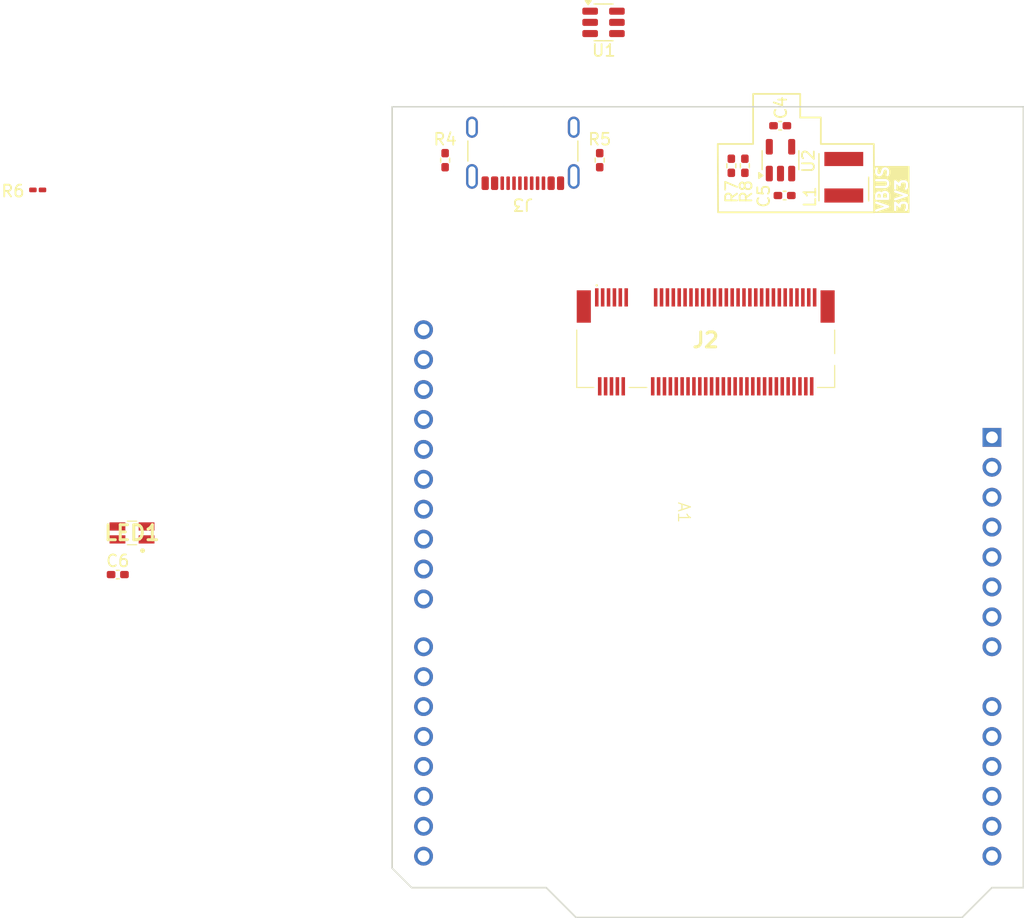
<source format=kicad_pcb>
(kicad_pcb (version 20240108) (generator "pcbnew") (generator_version "8.0")
  (layers (0 "F.Cu" signal) (31 "B.Cu" signal) (34 "B.Paste" user) (35 "F.Paste" user) (36 "B.SilkS" user "B.Silkscreen") (37 "F.SilkS" user "F.Silkscreen") (38 "B.Mask" user) (39 "F.Mask" user) (44 "Edge.Cuts" user))
  (net 0 "")
  (net 33 "Earth")
  (net 34 "+3V3")
  (net 35 "VBUS")
  (net 36 "/GPIO9")
  (net 37 "/U0TXD")
  (net 38 "/GPIO1")
  (net 39 "/CHIP_BOOT")
  (net 40 "/GPIO37")
  (net 41 "/SPICLK_P")
  (net 42 "/GPIO35")
  (net 43 "/GPIO11")
  (net 44 "/GPIO45")
  (net 45 "/GPIO36")
  (net 46 "/GPIO34")
  (net 47 "/GPIO13")
  (net 48 "/GPIO10")
  (net 49 "/GPIO33")
  (net 50 "/GPIO5")
  (net 51 "/GPIO46")
  (net 52 "/U0RXD")
  (net 53 "/GPIO7")
  (net 54 "/GPIO38")
  (net 55 "/SPICS1")
  (net 56 "/GPIO14")
  (net 57 "/GPIO21")
  (net 58 "/GPIO8")
  (net 59 "/SPICLK_N")
  (net 60 "/MTMS")
  (net 61 "/GPIO2")
  (net 62 "/GPIO12")
  (net 63 "/GPIO6")
  (net 64 "/MTDO")
  (net 65 "/MTCK")
  (net 66 "/GPIO18")
  (net 67 "/CHIP_PU")
  (net 68 "/MTDI")
  (net 69 "/GPIO4")
  (net 70 "/GPIO17")
  (net 71 "/GPIO3")
  (net 74 "/USB_D-")
  (net 75 "/USB_D+")
  (net 76 "/USB_CC1")
  (net 78 "/USB_CC2")
  (net 80 "Net-(U2-SW)")
  (net 82 "Net-(U2-EN)")
  (net 83 "Net-(U2-FB)")
  (footprint "PCB_Lib_DaanHeetkamp_KiCad:WS2812C2020" (layer "F.Cu") (at 136.265 72.5)
    (property "Reference" "LED1" (at 0 0 0) (layer "F.SilkS") (effects (font (size 1.27 1.27) (thickness 0.254))))
    (property "Value" "WS2812C-2020" (hide yes))
    (fp_line (start -0.4 -1) (end 0.4 -1) (stroke (width 0.1)) (layer "F.SilkS"))
    (fp_line (start -0.4 1) (end 0.4 1) (stroke (width 0.1)) (layer "F.SilkS"))
    (fp_line (start 0.8 1.5) (end 0.8 1.5) (stroke (width 0.2)) (layer "F.SilkS"))
    (fp_line (start 1 1.5) (end 1 1.5) (stroke (width 0.2)) (layer "F.SilkS"))
    (fp_arc (start 0.8 1.5) (mid 0.9 1.4) (end 1 1.5) (stroke (width 0.2)) (layer "F.SilkS"))
    (fp_arc (start 1 1.5) (mid 0.9 1.6) (end 0.8 1.5) (stroke (width 0.2)) (layer "F.SilkS"))
    (pad "1" smd rect (at 1.235 0.55 90) (size 0.7 1.34) (layers "F.Cu" "F.Paste" "F.Mask"))
    (pad "2" smd rect (at 1.235 -0.55 90) (size 0.7 1.34) (layers "F.Cu" "F.Paste" "F.Mask") (net 33 "Earth"))
    (pad "3" smd rect (at -1.235 -0.55 90) (size 0.7 1.34) (layers "F.Cu" "F.Paste" "F.Mask") (net 51 "/GPIO46"))
    (pad "4" smd rect (at -1.235 0.55 90) (size 0.7 1.34) (layers "F.Cu" "F.Paste" "F.Mask") (net 34 "+3V3"))
  )
  (footprint "Resistor_SMD:R_0402_1005Metric_Pad0.72x0.64mm_HandSolder" (layer "F.Cu") (at 188.3 41.325 -90)
    (property "Reference" "R8" (at 2.2 -0.1 90) (layer "F.SilkS"))
    (property "Value" "100k")
    (fp_line (start -0.167621 0.38) (end 0.167621 0.38) (stroke (width 0.12)) (layer "F.SilkS"))
    (fp_line (start -0.167621 -0.38) (end 0.167621 -0.38) (stroke (width 0.12)) (layer "F.SilkS"))
    (pad "1" smd roundrect (at -0.5975 0 270) (size 0.715 0.64) (layers "F.Cu" "F.Paste" "F.Mask") (net 83 "Net-(U2-FB)"))
    (pad "2" smd roundrect (at 0.5975 0 270) (size 0.715 0.64) (layers "F.Cu" "F.Paste" "F.Mask") (net 33 "Earth"))
  )
  (footprint "SamacSys_Parts:21992303" (layer "F.Cu") (at 184.975 57.775)
    (property "Reference" "J2" (at 0 -1.65 360) (layer "F.SilkS") (effects (font (size 1.27 1.27) (thickness 0.254))))
    (property "Value" "2199230-3" (hide yes))
    (fp_line (start -10.95 -2.5) (end -10.95 2.375) (stroke (width 0.1)) (layer "F.SilkS"))
    (fp_line (start -10.95 2.375) (end -9.5 2.375) (stroke (width 0.1)) (layer "F.SilkS"))
    (fp_line (start -9.3 -6.3) (end -9.3 -6.3) (stroke (width 0.1)) (layer "F.SilkS"))
    (fp_line (start -9.2 -6.3) (end -9.2 -6.3) (stroke (width 0.1)) (layer "F.SilkS"))
    (fp_line (start -6.5 2.375) (end -5 2.375) (stroke (width 0.1)) (layer "F.SilkS"))
    (fp_line (start 9.5 2.375) (end 10.95 2.375) (stroke (width 0.1)) (layer "F.SilkS"))
    (fp_line (start 10.95 -2.5) (end 10.95 -0.5) (stroke (width 0.1)) (layer "F.SilkS"))
    (fp_line (start 10.95 2.375) (end 10.95 0.5) (stroke (width 0.1)) (layer "F.SilkS"))
    (fp_arc (start -9.3 -6.3) (mid -9.25 -6.35) (end -9.2 -6.3) (stroke (width 0.1)) (layer "F.SilkS"))
    (fp_arc (start -9.2 -6.3) (mid -9.25 -6.25) (end -9.3 -6.3) (stroke (width 0.1)) (layer "F.SilkS"))
    (pad "" np_thru_hole circle (at -10 0) (size 1.15 1.15) (drill 1.15) (layers "*.Cu" "*.Mask"))
    (pad "" np_thru_hole circle (at 10 0) (size 1.65 1.65) (drill 1.65) (layers "*.Cu" "*.Mask"))
    (pad "1" smd rect (at -9.25 -5.275) (size 0.3 1.55) (layers "F.Cu" "F.Paste" "F.Mask") (net 34 "+3V3"))
    (pad "2" smd rect (at -9 2.275) (size 0.3 1.55) (layers "F.Cu" "F.Paste" "F.Mask") (net 35 "VBUS"))
    (pad "3" smd rect (at -8.75 -5.275) (size 0.3 1.55) (layers "F.Cu" "F.Paste" "F.Mask") (net 34 "+3V3"))
    (pad "4" smd rect (at -8.5 2.275) (size 0.3 1.55) (layers "F.Cu" "F.Paste" "F.Mask") (net 35 "VBUS"))
    (pad "5" smd rect (at -8.25 -5.275) (size 0.3 1.55) (layers "F.Cu" "F.Paste" "F.Mask") (net 33 "Earth"))
    (pad "6" smd rect (at -8 2.275) (size 0.3 1.55) (layers "F.Cu" "F.Paste" "F.Mask") (net 33 "Earth"))
    (pad "7" smd rect (at -7.75 -5.275) (size 0.3 1.55) (layers "F.Cu" "F.Paste" "F.Mask") (net 33 "Earth"))
    (pad "8" smd rect (at -7.5 2.275) (size 0.3 1.55) (layers "F.Cu" "F.Paste" "F.Mask") (net 55 "/SPICS1"))
    (pad "9" smd rect (at -7.25 -5.275) (size 0.3 1.55) (layers "F.Cu" "F.Paste" "F.Mask") (net 33 "Earth"))
    (pad "10" smd rect (at -7 2.275) (size 0.3 1.55) (layers "F.Cu" "F.Paste" "F.Mask") (net 57 "/GPIO21"))
    (pad "11" smd rect (at -6.75 -5.275) (size 0.3 1.55) (layers "F.Cu" "F.Paste" "F.Mask") (net 33 "Earth"))
    (pad "20" smd rect (at -4.5 2.275) (size 0.3 1.55) (layers "F.Cu" "F.Paste" "F.Mask") (net 33 "Earth"))
    (pad "21" smd rect (at -4.25 -5.275) (size 0.3 1.55) (layers "F.Cu" "F.Paste" "F.Mask") (net 33 "Earth"))
    (pad "22" smd rect (at -4 2.275) (size 0.3 1.55) (layers "F.Cu" "F.Paste" "F.Mask") (net 66 "/GPIO18"))
    (pad "23" smd rect (at -3.75 -5.275) (size 0.3 1.55) (layers "F.Cu" "F.Paste" "F.Mask") (net 75 "/USB_D+"))
    (pad "24" smd rect (at -3.5 2.275) (size 0.3 1.55) (layers "F.Cu" "F.Paste" "F.Mask") (net 70 "/GPIO17"))
    (pad "25" smd rect (at -3.25 -5.275) (size 0.3 1.55) (layers "F.Cu" "F.Paste" "F.Mask") (net 74 "/USB_D-"))
    (pad "26" smd rect (at -3 2.275) (size 0.3 1.55) (layers "F.Cu" "F.Paste" "F.Mask") (net 33 "Earth"))
    (pad "27" smd rect (at -2.75 -5.275) (size 0.3 1.55) (layers "F.Cu" "F.Paste" "F.Mask") (net 33 "Earth"))
    (pad "28" smd rect (at -2.5 2.275) (size 0.3 1.55) (layers "F.Cu" "F.Paste" "F.Mask") (net 59 "/SPICLK_N"))
    (pad "29" smd rect (at -2.25 -5.275) (size 0.3 1.55) (layers "F.Cu" "F.Paste" "F.Mask") (net 56 "/GPIO14"))
    (pad "30" smd rect (at -2 2.275) (size 0.3 1.55) (layers "F.Cu" "F.Paste" "F.Mask") (net 41 "/SPICLK_P"))
    (pad "31" smd rect (at -1.75 -5.275) (size 0.3 1.55) (layers "F.Cu" "F.Paste" "F.Mask") (net 47 "/GPIO13"))
    (pad "32" smd rect (at -1.5 2.275) (size 0.3 1.55) (layers "F.Cu" "F.Paste" "F.Mask") (net 33 "Earth"))
    (pad "33" smd rect (at -1.25 -5.275) (size 0.3 1.55) (layers "F.Cu" "F.Paste" "F.Mask") (net 33 "Earth"))
    (pad "34" smd rect (at -1 2.275) (size 0.3 1.55) (layers "F.Cu" "F.Paste" "F.Mask") (net 49 "/GPIO33"))
    (pad "35" smd rect (at -0.75 -5.275) (size 0.3 1.55) (layers "F.Cu" "F.Paste" "F.Mask") (net 62 "/GPIO12"))
    (pad "36" smd rect (at -0.5 2.275) (size 0.3 1.55) (layers "F.Cu" "F.Paste" "F.Mask") (net 46 "/GPIO34"))
    (pad "37" smd rect (at -0.25 -5.275) (size 0.3 1.55) (layers "F.Cu" "F.Paste" "F.Mask") (net 43 "/GPIO11"))
    (pad "38" smd rect (at 0 2.275) (size 0.3 1.55) (layers "F.Cu" "F.Paste" "F.Mask") (net 33 "Earth"))
    (pad "39" smd rect (at 0.25 -5.275) (size 0.3 1.55) (layers "F.Cu" "F.Paste" "F.Mask") (net 33 "Earth"))
    (pad "40" smd rect (at 0.5 2.275) (size 0.3 1.55) (layers "F.Cu" "F.Paste" "F.Mask") (net 42 "/GPIO35"))
    (pad "41" smd rect (at 0.75 -5.275) (size 0.3 1.55) (layers "F.Cu" "F.Paste" "F.Mask") (net 48 "/GPIO10"))
    (pad "42" smd rect (at 1 2.275) (size 0.3 1.55) (layers "F.Cu" "F.Paste" "F.Mask") (net 45 "/GPIO36"))
    (pad "43" smd rect (at 1.25 -5.275) (size 0.3 1.55) (layers "F.Cu" "F.Paste" "F.Mask") (net 36 "/GPIO9"))
    (pad "44" smd rect (at 1.5 2.275) (size 0.3 1.55) (layers "F.Cu" "F.Paste" "F.Mask") (net 33 "Earth"))
    (pad "45" smd rect (at 1.75 -5.275) (size 0.3 1.55) (layers "F.Cu" "F.Paste" "F.Mask") (net 33 "Earth"))
    (pad "46" smd rect (at 2 2.275) (size 0.3 1.55) (layers "F.Cu" "F.Paste" "F.Mask") (net 40 "/GPIO37"))
    (pad "47" smd rect (at 2.25 -5.275) (size 0.3 1.55) (layers "F.Cu" "F.Paste" "F.Mask") (net 58 "/GPIO8"))
    (pad "48" smd rect (at 2.5 2.275) (size 0.3 1.55) (layers "F.Cu" "F.Paste" "F.Mask") (net 54 "/GPIO38"))
    (pad "49" smd rect (at 2.75 -5.275) (size 0.3 1.55) (layers "F.Cu" "F.Paste" "F.Mask") (net 53 "/GPIO7"))
    (pad "50" smd rect (at 3 2.275) (size 0.3 1.55) (layers "F.Cu" "F.Paste" "F.Mask") (net 33 "Earth"))
    (pad "51" smd rect (at 3.25 -5.275) (size 0.3 1.55) (layers "F.Cu" "F.Paste" "F.Mask") (net 33 "Earth"))
    (pad "52" smd rect (at 3.5 2.275) (size 0.3 1.55) (layers "F.Cu" "F.Paste" "F.Mask") (net 65 "/MTCK"))
    (pad "53" smd rect (at 3.75 -5.275) (size 0.3 1.55) (layers "F.Cu" "F.Paste" "F.Mask") (net 63 "/GPIO6"))
    (pad "54" smd rect (at 4 2.275) (size 0.3 1.55) (layers "F.Cu" "F.Paste" "F.Mask") (net 64 "/MTDO"))
    (pad "55" smd rect (at 4.25 -5.275) (size 0.3 1.55) (layers "F.Cu" "F.Paste" "F.Mask") (net 50 "/GPIO5"))
    (pad "56" smd rect (at 4.5 2.275) (size 0.3 1.55) (layers "F.Cu" "F.Paste" "F.Mask") (net 33 "Earth"))
    (pad "57" smd rect (at 4.75 -5.275) (size 0.3 1.55) (layers "F.Cu" "F.Paste" "F.Mask") (net 33 "Earth"))
    (pad "58" smd rect (at 5 2.275) (size 0.3 1.55) (layers "F.Cu" "F.Paste" "F.Mask") (net 68 "/MTDI"))
    (pad "59" smd rect (at 5.25 -5.275) (size 0.3 1.55) (layers "F.Cu" "F.Paste" "F.Mask") (net 69 "/GPIO4"))
    (pad "60" smd rect (at 5.5 2.275) (size 0.3 1.55) (layers "F.Cu" "F.Paste" "F.Mask") (net 60 "/MTMS"))
    (pad "61" smd rect (at 5.75 -5.275) (size 0.3 1.55) (layers "F.Cu" "F.Paste" "F.Mask") (net 71 "/GPIO3"))
    (pad "62" smd rect (at 6 2.275) (size 0.3 1.55) (layers "F.Cu" "F.Paste" "F.Mask") (net 33 "Earth"))
    (pad "63" smd rect (at 6.25 -5.275) (size 0.3 1.55) (layers "F.Cu" "F.Paste" "F.Mask") (net 33 "Earth"))
    (pad "64" smd rect (at 6.5 2.275) (size 0.3 1.55) (layers "F.Cu" "F.Paste" "F.Mask") (net 37 "/U0TXD"))
    (pad "65" smd rect (at 6.75 -5.275) (size 0.3 1.55) (layers "F.Cu" "F.Paste" "F.Mask") (net 61 "/GPIO2"))
    (pad "66" smd rect (at 7 2.275) (size 0.3 1.55) (layers "F.Cu" "F.Paste" "F.Mask") (net 52 "/U0RXD"))
    (pad "67" smd rect (at 7.25 -5.275) (size 0.3 1.55) (layers "F.Cu" "F.Paste" "F.Mask") (net 38 "/GPIO1"))
    (pad "68" smd rect (at 7.5 2.275) (size 0.3 1.55) (layers "F.Cu" "F.Paste" "F.Mask") (net 33 "Earth"))
    (pad "69" smd rect (at 7.75 -5.275) (size 0.3 1.55) (layers "F.Cu" "F.Paste" "F.Mask") (net 33 "Earth"))
    (pad "70" smd rect (at 8 2.275) (size 0.3 1.55) (layers "F.Cu" "F.Paste" "F.Mask") (net 44 "/GPIO45"))
    (pad "71" smd rect (at 8.25 -5.275) (size 0.3 1.55) (layers "F.Cu" "F.Paste" "F.Mask") (net 39 "/CHIP_BOOT"))
    (pad "72" smd rect (at 8.5 2.275) (size 0.3 1.55) (layers "F.Cu" "F.Paste" "F.Mask") (net 51 "/GPIO46"))
    (pad "73" smd rect (at 8.75 -5.275) (size 0.3 1.55) (layers "F.Cu" "F.Paste" "F.Mask") (net 67 "/CHIP_PU"))
    (pad "74" smd rect (at 9 2.275) (size 0.3 1.55) (layers "F.Cu" "F.Paste" "F.Mask") (net 33 "Earth"))
    (pad "75" smd rect (at 9.25 -5.275) (size 0.3 1.55) (layers "F.Cu" "F.Paste" "F.Mask") (net 33 "Earth"))
    (pad "MP1" smd rect (at -10.35 -4.5) (size 1.2 2.75) (layers "F.Cu" "F.Paste" "F.Mask"))
    (pad "MP2" smd rect (at 10.35 -4.5) (size 1.2 2.75) (layers "F.Cu" "F.Paste" "F.Mask"))
  )
  (footprint "Capacitor_SMD:C_0402_1005Metric_Pad0.74x0.62mm_HandSolder" (layer "F.Cu") (at 135.055 76.035)
    (property "Reference" "C6" (at 0 -1.16 0) (layer "F.SilkS"))
    (property "Value" "100n")
    (fp_line (start -0.115835 -0.36) (end 0.115835 -0.36) (stroke (width 0.12)) (layer "F.SilkS"))
    (fp_line (start -0.115835 0.36) (end 0.115835 0.36) (stroke (width 0.12)) (layer "F.SilkS"))
    (pad "1" smd roundrect (at -0.5675 0) (size 0.735 0.62) (layers "F.Cu" "F.Paste" "F.Mask") (net 34 "+3V3"))
    (pad "2" smd roundrect (at 0.5675 0) (size 0.735 0.62) (layers "F.Cu" "F.Paste" "F.Mask") (net 33 "Earth"))
  )
  (footprint "Resistor_SMD:R_0402_1005Metric_Pad0.72x0.64mm_HandSolder" (layer "F.Cu") (at 175.975 40.85 -90)
    (property "Reference" "R5" (at -1.775 0 0) (layer "F.SilkS"))
    (property "Value" "5k1")
    (fp_line (start -0.167621 0.38) (end 0.167621 0.38) (stroke (width 0.12)) (layer "F.SilkS"))
    (fp_line (start -0.167621 -0.38) (end 0.167621 -0.38) (stroke (width 0.12)) (layer "F.SilkS"))
    (pad "1" smd roundrect (at -0.5975 0 270) (size 0.715 0.64) (layers "F.Cu" "F.Paste" "F.Mask") (net 76 "/USB_CC1"))
    (pad "2" smd roundrect (at 0.5975 0 270) (size 0.715 0.64) (layers "F.Cu" "F.Paste" "F.Mask") (net 33 "Earth"))
  )
  (footprint "Connector_USB:USB_C_Receptacle_GCT_USB4105-xx-A_16P_TopMnt_Horizontal" (layer "F.Cu") (at 169.45 39.125 180)
    (property "Reference" "J3" (at 0 -5.5 180) (layer "F.SilkS"))
    (property "Value" "USB_C_Receptacle_USB2.0")
    (fp_line (start 4.67 -0.1) (end 4.67 -1.8) (stroke (width 0.12)) (layer "F.SilkS"))
    (fp_line (start -4.67 -0.1) (end -4.67 -1.8) (stroke (width 0.12)) (layer "F.SilkS"))
    (pad "" np_thru_hole circle (at -2.89 -2.605 180) (size 0.65 0.65) (drill 0.65) (layers "F&B.Cu" "*.Mask"))
    (pad "" np_thru_hole circle (at 2.89 -2.605 180) (size 0.65 0.65) (drill 0.65) (layers "F&B.Cu" "*.Mask"))
    (pad "A1" smd roundrect (at -3.2 -3.68 180) (size 0.6 1.15) (layers "F.Cu" "F.Paste" "F.Mask") (net 33 "Earth"))
    (pad "A4" smd roundrect (at -2.4 -3.68 180) (size 0.6 1.15) (layers "F.Cu" "F.Paste" "F.Mask") (net 35 "VBUS"))
    (pad "A5" smd roundrect (at -1.25 -3.68 180) (size 0.3 1.15) (layers "F.Cu" "F.Paste" "F.Mask") (net 76 "/USB_CC1"))
    (pad "A6" smd roundrect (at -0.25 -3.68 180) (size 0.3 1.15) (layers "F.Cu" "F.Paste" "F.Mask") (net 75 "/USB_D+"))
    (pad "A7" smd roundrect (at 0.25 -3.68 180) (size 0.3 1.15) (layers "F.Cu" "F.Paste" "F.Mask") (net 74 "/USB_D-"))
    (pad "A8" smd roundrect (at 1.25 -3.68 180) (size 0.3 1.15) (layers "F.Cu" "F.Paste" "F.Mask"))
    (pad "A9" smd roundrect (at 2.4 -3.68 180) (size 0.6 1.15) (layers "F.Cu" "F.Paste" "F.Mask") (net 35 "VBUS"))
    (pad "A12" smd roundrect (at 3.2 -3.68 180) (size 0.6 1.15) (layers "F.Cu" "F.Paste" "F.Mask") (net 33 "Earth"))
    (pad "B1" smd roundrect (at 3.2 -3.68 180) (size 0.6 1.15) (layers "F.Cu" "F.Paste" "F.Mask") (net 33 "Earth"))
    (pad "B4" smd roundrect (at 2.4 -3.68 180) (size 0.6 1.15) (layers "F.Cu" "F.Paste" "F.Mask") (net 35 "VBUS"))
    (pad "B5" smd roundrect (at 1.75 -3.68 180) (size 0.3 1.15) (layers "F.Cu" "F.Paste" "F.Mask") (net 78 "/USB_CC2"))
    (pad "B6" smd roundrect (at 0.75 -3.68 180) (size 0.3 1.15) (layers "F.Cu" "F.Paste" "F.Mask") (net 75 "/USB_D+"))
    (pad "B7" smd roundrect (at -0.75 -3.68 180) (size 0.3 1.15) (layers "F.Cu" "F.Paste" "F.Mask") (net 74 "/USB_D-"))
    (pad "B8" smd roundrect (at -1.75 -3.68 180) (size 0.3 1.15) (layers "F.Cu" "F.Paste" "F.Mask"))
    (pad "B9" smd roundrect (at -2.4 -3.68 180) (size 0.6 1.15) (layers "F.Cu" "F.Paste" "F.Mask") (net 35 "VBUS"))
    (pad "B12" smd roundrect (at -3.2 -3.68 180) (size 0.6 1.15) (layers "F.Cu" "F.Paste" "F.Mask") (net 33 "Earth"))
    (pad "S1" thru_hole oval (at -4.32 -3.105 180) (size 1 2.1) (drill oval 0.6 1.7) (layers "*.Cu" "*.Mask" "F.Paste") (net 33 "Earth"))
    (pad "S1" thru_hole oval (at -4.32 1.075 180) (size 1 1.8) (drill oval 0.6 1.4) (layers "*.Cu" "*.Mask" "F.Paste") (net 33 "Earth"))
    (pad "S1" thru_hole oval (at 4.32 -3.105 180) (size 1 2.1) (drill oval 0.6 1.7) (layers "*.Cu" "*.Mask" "F.Paste") (net 33 "Earth"))
    (pad "S1" thru_hole oval (at 4.32 1.075 180) (size 1 1.8) (drill oval 0.6 1.4) (layers "*.Cu" "*.Mask" "F.Paste") (net 33 "Earth"))
  )
  (footprint "Resistor_SMD:R_0402_1005Metric_Pad0.72x0.64mm_HandSolder" (layer "F.Cu") (at 187.15 41.325 90)
    (property "Reference" "R7" (at -2.2 0.025 270) (layer "F.SilkS"))
    (property "Value" "450k")
    (fp_line (start -0.167621 -0.38) (end 0.167621 -0.38) (stroke (width 0.12)) (layer "F.SilkS"))
    (fp_line (start -0.167621 0.38) (end 0.167621 0.38) (stroke (width 0.12)) (layer "F.SilkS"))
    (pad "1" smd roundrect (at -0.5975 0 90) (size 0.715 0.64) (layers "F.Cu" "F.Paste" "F.Mask") (net 34 "+3V3"))
    (pad "2" smd roundrect (at 0.5975 0 90) (size 0.715 0.64) (layers "F.Cu" "F.Paste" "F.Mask") (net 83 "Net-(U2-FB)"))
  )
  (footprint "Package_TO_SOT_SMD:SOT-23-5" (layer "F.Cu") (at 191.325 40.85 90)
    (property "Reference" "U2" (at -0.075 2.375 270) (layer "F.SilkS"))
    (property "Value" "TLV62568DBV")
    (fp_line (start 0 -1.56) (end 0.8 -1.56) (stroke (width 0.12)) (layer "F.SilkS"))
    (fp_line (start 0 -1.56) (end -0.8 -1.56) (stroke (width 0.12)) (layer "F.SilkS"))
    (fp_line (start 0 1.56) (end 0.8 1.56) (stroke (width 0.12)) (layer "F.SilkS"))
    (fp_line (start 0 1.56) (end -0.8 1.56) (stroke (width 0.12)) (layer "F.SilkS"))
    (fp_poly (pts (xy -1.3 -1.51) (xy -1.54 -1.84) (xy -1.06 -1.84) (xy -1.3 -1.51)) (stroke (width 0.12)) (fill solid) (layer "F.SilkS"))
    (pad "1" smd roundrect (at -1.1375 -0.95 90) (size 1.325 0.6) (layers "F.Cu" "F.Paste" "F.Mask") (net 82 "Net-(U2-EN)"))
    (pad "2" smd roundrect (at -1.1375 0 90) (size 1.325 0.6) (layers "F.Cu" "F.Paste" "F.Mask") (net 33 "Earth"))
    (pad "3" smd roundrect (at -1.1375 0.95 90) (size 1.325 0.6) (layers "F.Cu" "F.Paste" "F.Mask") (net 80 "Net-(U2-SW)"))
    (pad "4" smd roundrect (at 1.1375 0.95 90) (size 1.325 0.6) (layers "F.Cu" "F.Paste" "F.Mask") (net 35 "VBUS"))
    (pad "5" smd roundrect (at 1.1375 -0.95 90) (size 1.325 0.6) (layers "F.Cu" "F.Paste" "F.Mask") (net 83 "Net-(U2-FB)"))
  )
  (footprint "Resistor_SMD:R_0402_1005Metric_Pad0.72x0.64mm_HandSolder" (layer "F.Cu") (at 162.85 40.85 -90)
    (property "Reference" "R4" (at -1.775 0 0) (layer "F.SilkS"))
    (property "Value" "5k1")
    (fp_line (start -0.167621 0.38) (end 0.167621 0.38) (stroke (width 0.12)) (layer "F.SilkS"))
    (fp_line (start -0.167621 -0.38) (end 0.167621 -0.38) (stroke (width 0.12)) (layer "F.SilkS"))
    (pad "1" smd roundrect (at -0.5975 0 270) (size 0.715 0.64) (layers "F.Cu" "F.Paste" "F.Mask") (net 78 "/USB_CC2"))
    (pad "2" smd roundrect (at 0.5975 0 270) (size 0.715 0.64) (layers "F.Cu" "F.Paste" "F.Mask") (net 33 "Earth"))
  )
  (footprint "Capacitor_SMD:C_0402_1005Metric_Pad0.74x0.62mm_HandSolder" (layer "F.Cu") (at 191.3 37.925 180)
    (property "Reference" "C4" (at -0.05 1.525 270) (layer "F.SilkS"))
    (property "Value" "4u7")
    (fp_line (start -0.115835 0.36) (end 0.115835 0.36) (stroke (width 0.12)) (layer "F.SilkS"))
    (fp_line (start -0.115835 -0.36) (end 0.115835 -0.36) (stroke (width 0.12)) (layer "F.SilkS"))
    (pad "1" smd roundrect (at -0.5675 0 180) (size 0.735 0.62) (layers "F.Cu" "F.Paste" "F.Mask") (net 35 "VBUS"))
    (pad "2" smd roundrect (at 0.5675 0 180) (size 0.735 0.62) (layers "F.Cu" "F.Paste" "F.Mask") (net 33 "Earth"))
  )
  (footprint "Inductor_SMD_Wurth:L_Wurth_WE-LQSH-4020" (layer "F.Cu") (at 196.7 42.3 -90)
    (property "Reference" "L1" (at 1.675 2.875 90) (layer "F.SilkS"))
    (property "Value" "2u2")
    (fp_line (start -2 2.11) (end 2 2.11) (stroke (width 0.12)) (layer "F.SilkS"))
    (fp_line (start 0 -2.11) (end 2 -2.11) (stroke (width 0.12)) (layer "F.SilkS"))
    (pad "1" smd rect (at -1.55 0 270) (size 1.2 3.3) (layers "F.Cu" "F.Paste" "F.Mask") (net 80 "Net-(U2-SW)"))
    (pad "2" smd rect (at 1.55 0 270) (size 1.2 3.3) (layers "F.Cu" "F.Paste" "F.Mask") (net 34 "+3V3"))
  )
  (footprint "Capacitor_SMD:C_0402_1005Metric_Pad0.74x0.62mm_HandSolder" (layer "F.Cu") (at 191.675 43.85 180)
    (property "Reference" "C5" (at 1.775 -0.05 270) (layer "F.SilkS"))
    (property "Value" "10u")
    (fp_line (start -0.115835 0.36) (end 0.115835 0.36) (stroke (width 0.12)) (layer "F.SilkS"))
    (fp_line (start -0.115835 -0.36) (end 0.115835 -0.36) (stroke (width 0.12)) (layer "F.SilkS"))
    (pad "1" smd roundrect (at -0.5675 0 180) (size 0.735 0.62) (layers "F.Cu" "F.Paste" "F.Mask") (net 34 "+3V3"))
    (pad "2" smd roundrect (at 0.5675 0 180) (size 0.735 0.62) (layers "F.Cu" "F.Paste" "F.Mask") (net 33 "Earth"))
  )
  (footprint "Resistor_SMD:R_0201_0603Metric_Pad0.64x0.40mm_HandSolder" (layer "F.Cu") (at 128.2575 43.375 180)
    (property "Reference" "R6" (at 2.1 -0.1 180) (layer "F.SilkS"))
    (property "Value" "10k")
    (pad "1" smd roundrect (at -0.4075 0 180) (size 0.635 0.4) (layers "F.Cu" "F.Mask") (net 35 "VBUS"))
    (pad "2" smd roundrect (at 0.4075 0 180) (size 0.635 0.4) (layers "F.Cu" "F.Mask") (net 82 "Net-(U2-EN)"))
  )
  (footprint "Package_TO_SOT_SMD:SOT-23-6" (layer "F.Cu") (at 176.3 29.15)
    (property "Reference" "U1" (at 0.025 2.3875 360) (layer "F.SilkS"))
    (property "Value" "USBLC6-2SC6")
    (fp_line (start 0 -1.56) (end -0.8 -1.56) (stroke (width 0.12)) (layer "F.SilkS"))
    (fp_line (start 0 -1.56) (end 0.8 -1.56) (stroke (width 0.12)) (layer "F.SilkS"))
    (fp_line (start 0 1.56) (end -0.8 1.56) (stroke (width 0.12)) (layer "F.SilkS"))
    (fp_line (start 0 1.56) (end 0.8 1.56) (stroke (width 0.12)) (layer "F.SilkS"))
    (fp_poly (pts (xy -1.3 -1.51) (xy -1.54 -1.84) (xy -1.06 -1.84) (xy -1.3 -1.51)) (stroke (width 0.12)) (fill solid) (layer "F.SilkS"))
    (pad "1" smd roundrect (at -1.1375 -0.95) (size 1.325 0.6) (layers "F.Cu" "F.Paste" "F.Mask") (net 75 "/USB_D+"))
    (pad "2" smd roundrect (at -1.1375 0) (size 1.325 0.6) (layers "F.Cu" "F.Paste" "F.Mask") (net 33 "Earth"))
    (pad "3" smd roundrect (at -1.1375 0.95) (size 1.325 0.6) (layers "F.Cu" "F.Paste" "F.Mask") (net 75 "/USB_D+"))
    (pad "4" smd roundrect (at 1.1375 0.95) (size 1.325 0.6) (layers "F.Cu" "F.Paste" "F.Mask") (net 74 "/USB_D-"))
    (pad "5" smd roundrect (at 1.1375 0) (size 1.325 0.6) (layers "F.Cu" "F.Paste" "F.Mask") (net 35 "VBUS"))
    (pad "6" smd roundrect (at 1.1375 -0.95) (size 1.325 0.6) (layers "F.Cu" "F.Paste" "F.Mask") (net 74 "/USB_D-"))
  )
  (footprint "PCB_Lib_DaanHeetkamp_KiCad:Arduino_Uno_Footprint" (layer "F.Cu") (at 182.63 70.765 -90)
    (property "Reference" "A1" (at 0 -0.5 -90) (layer "F.SilkS") (effects (font (thickness 0.1))))
    (property "Value" "~")
    (fp_line (start -34.45 24.28) (end 30.2 24.28) (stroke (width 0.12)) (layer "F.SilkS"))
    (fp_line (start 30.2 24.28) (end 31.85 22.63) (stroke (width 0.12)) (layer "F.SilkS"))
    (fp_line (start 31.85 22.63) (end 31.85 11.2) (stroke (width 0.12)) (layer "F.SilkS"))
    (fp_line (start -34.45 14.75) (end -34.45 24.28) (stroke (width 0.12)) (layer "F.SilkS"))
    (fp_line (start 31.85 11.2) (end 34.39 8.66) (stroke (width 0.12)) (layer "F.SilkS"))
    (fp_line (start 34.39 8.66) (end 34.39 -24.11) (stroke (width 0.12)) (layer "F.SilkS"))
    (fp_line (start 34.39 -24.11) (end 31.85 -26.65) (stroke (width 0.12)) (layer "F.SilkS"))
    (fp_line (start 31.85 -26.65) (end 31.85 -29.32) (stroke (width 0.12)) (layer "F.SilkS"))
    (fp_line (start -34.45 -29.32) (end -34.45 14.75) (stroke (width 0.12)) (layer "F.SilkS"))
    (fp_line (start 31.85 -29.32) (end -34.45 -29.32) (stroke (width 0.12)) (layer "F.SilkS"))
    (fp_line (start -34.45 24.28) (end 30.2 24.28) (stroke (width 0.12)) (layer "Edge.Cuts"))
    (fp_line (start 30.2 24.28) (end 31.85 22.63) (stroke (width 0.12)) (layer "Edge.Cuts"))
    (fp_line (start 31.85 22.63) (end 31.85 11.2) (stroke (width 0.12)) (layer "Edge.Cuts"))
    (fp_line (start -34.45 14.75) (end -34.45 24.28) (stroke (width 0.12)) (layer "Edge.Cuts"))
    (fp_line (start 31.85 11.2) (end 34.39 8.66) (stroke (width 0.12)) (layer "Edge.Cuts"))
    (fp_line (start 34.39 8.66) (end 34.39 -24.11) (stroke (width 0.12)) (layer "Edge.Cuts"))
    (fp_line (start 34.39 -24.11) (end 31.85 -26.65) (stroke (width 0.12)) (layer "Edge.Cuts"))
    (fp_line (start 31.85 -26.65) (end 31.85 -29.32) (stroke (width 0.12)) (layer "Edge.Cuts"))
    (fp_line (start -34.45 -29.32) (end -34.45 14.75) (stroke (width 0.12)) (layer "Edge.Cuts"))
    (fp_line (start 31.85 -29.32) (end -34.45 -29.32) (stroke (width 0.12)) (layer "Edge.Cuts"))
    (pad "" np_thru_hole circle (at -20.35 -26.65) (size 3.2 3.2) (drill 3.2) (layers "*.Cu" "*.Mask"))
    (pad "" np_thru_hole circle (at -19.08 21.61) (size 3.2 3.2) (drill 3.2) (layers "*.Cu" "*.Mask"))
    (pad "" np_thru_hole circle (at 31.72 -21.57) (size 3.2 3.2) (drill 3.2) (layers "*.Cu" "*.Mask"))
    (pad "" np_thru_hole circle (at 31.72 6.37) (size 3.2 3.2) (drill 3.2) (layers "*.Cu" "*.Mask"))
    (pad "1" thru_hole rect (at -6.38 -26.65) (size 1.6 1.6) (drill 1) (layers "*.Cu" "*.Mask"))
    (pad "2" thru_hole oval (at -3.84 -26.65) (size 1.6 1.6) (drill 1) (layers "*.Cu" "*.Mask"))
    (pad "3" thru_hole oval (at -1.3 -26.65) (size 1.6 1.6) (drill 1) (layers "*.Cu" "*.Mask"))
    (pad "4" thru_hole oval (at 1.24 -26.65) (size 1.6 1.6) (drill 1) (layers "*.Cu" "*.Mask"))
    (pad "5" thru_hole oval (at 3.78 -26.65) (size 1.6 1.6) (drill 1) (layers "*.Cu" "*.Mask"))
    (pad "6" thru_hole oval (at 6.32 -26.65) (size 1.6 1.6) (drill 1) (layers "*.Cu" "*.Mask"))
    (pad "7" thru_hole oval (at 8.86 -26.65) (size 1.6 1.6) (drill 1) (layers "*.Cu" "*.Mask"))
    (pad "8" thru_hole oval (at 11.4 -26.65) (size 1.6 1.6) (drill 1) (layers "*.Cu" "*.Mask"))
    (pad "9" thru_hole oval (at 16.48 -26.65) (size 1.6 1.6) (drill 1) (layers "*.Cu" "*.Mask"))
    (pad "10" thru_hole oval (at 19.02 -26.65) (size 1.6 1.6) (drill 1) (layers "*.Cu" "*.Mask"))
    (pad "11" thru_hole oval (at 21.56 -26.65) (size 1.6 1.6) (drill 1) (layers "*.Cu" "*.Mask"))
    (pad "12" thru_hole oval (at 24.1 -26.65) (size 1.6 1.6) (drill 1) (layers "*.Cu" "*.Mask"))
    (pad "13" thru_hole oval (at 26.64 -26.65) (size 1.6 1.6) (drill 1) (layers "*.Cu" "*.Mask"))
    (pad "14" thru_hole oval (at 29.18 -26.65) (size 1.6 1.6) (drill 1) (layers "*.Cu" "*.Mask"))
    (pad "15" thru_hole oval (at 29.18 21.61) (size 1.6 1.6) (drill 1) (layers "*.Cu" "*.Mask"))
    (pad "16" thru_hole oval (at 26.64 21.61) (size 1.6 1.6) (drill 1) (layers "*.Cu" "*.Mask"))
    (pad "17" thru_hole oval (at 24.1 21.61) (size 1.6 1.6) (drill 1) (layers "*.Cu" "*.Mask"))
    (pad "18" thru_hole oval (at 21.56 21.61) (size 1.6 1.6) (drill 1) (layers "*.Cu" "*.Mask"))
    (pad "19" thru_hole oval (at 19.02 21.61) (size 1.6 1.6) (drill 1) (layers "*.Cu" "*.Mask"))
    (pad "20" thru_hole oval (at 16.48 21.61) (size 1.6 1.6) (drill 1) (layers "*.Cu" "*.Mask"))
    (pad "21" thru_hole oval (at 13.94 21.61) (size 1.6 1.6) (drill 1) (layers "*.Cu" "*.Mask"))
    (pad "22" thru_hole oval (at 11.4 21.61) (size 1.6 1.6) (drill 1) (layers "*.Cu" "*.Mask"))
    (pad "23" thru_hole oval (at 7.34 21.61) (size 1.6 1.6) (drill 1) (layers "*.Cu" "*.Mask"))
    (pad "24" thru_hole oval (at 4.8 21.61) (size 1.6 1.6) (drill 1) (layers "*.Cu" "*.Mask"))
    (pad "25" thru_hole oval (at 2.26 21.61) (size 1.6 1.6) (drill 1) (layers "*.Cu" "*.Mask"))
    (pad "26" thru_hole oval (at -0.28 21.61) (size 1.6 1.6) (drill 1) (layers "*.Cu" "*.Mask"))
    (pad "27" thru_hole oval (at -2.82 21.61) (size 1.6 1.6) (drill 1) (layers "*.Cu" "*.Mask"))
    (pad "28" thru_hole oval (at -5.36 21.61) (size 1.6 1.6) (drill 1) (layers "*.Cu" "*.Mask"))
    (pad "29" thru_hole oval (at -7.9 21.61) (size 1.6 1.6) (drill 1) (layers "*.Cu" "*.Mask"))
    (pad "30" thru_hole oval (at -10.44 21.61) (size 1.6 1.6) (drill 1) (layers "*.Cu" "*.Mask"))
    (pad "31" thru_hole oval (at -12.98 21.61) (size 1.6 1.6) (drill 1) (layers "*.Cu" "*.Mask"))
    (pad "32" thru_hole oval (at -15.52 21.61) (size 1.6 1.6) (drill 1) (layers "*.Cu" "*.Mask"))
  )
  (gr_poly (pts (xy 186.025 45.275) (xy 199.275 45.275) (xy 199.25 39.475) (xy 194.75 39.475) (xy 194.75 37.225) (xy 193 37.225) (xy 193 35.225) (xy 189 35.225) (xy 189 39.475) (xy 186 39.475)) (stroke (width 0.15)) (fill none) (layer "F.SilkS"))
  (gr_text "VBUS\n3V3\n" (at 202.2 45.35 90) (layer "F.SilkS" knockout) (effects (font (size 1 1) (thickness 0.2)) (justify left bottom)))
)
</source>
